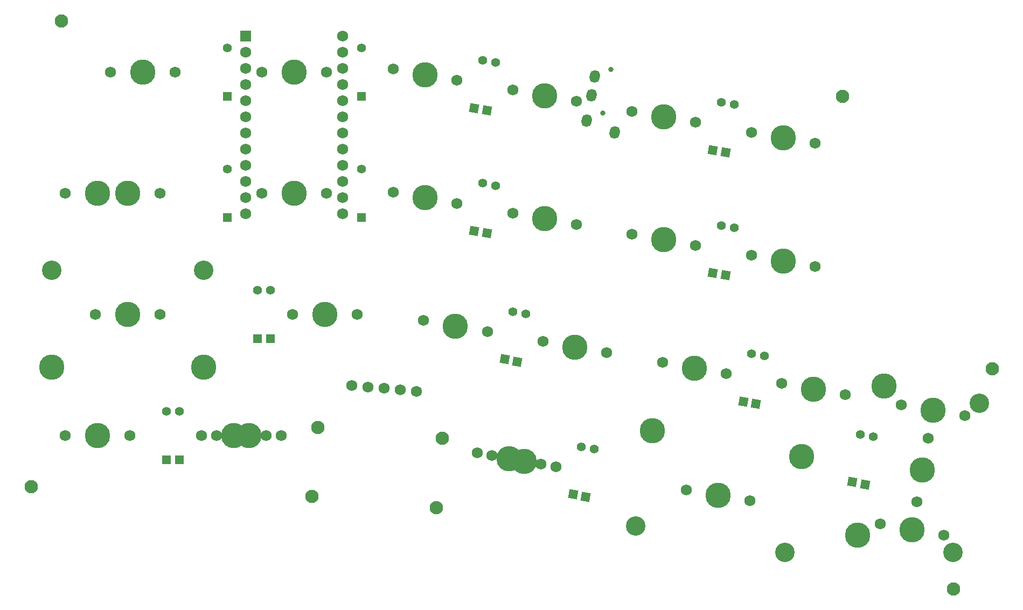
<source format=gbr>
%TF.GenerationSoftware,KiCad,Pcbnew,7.0.6*%
%TF.CreationDate,2024-02-25T17:14:13+01:00*%
%TF.ProjectId,chocobanan_left,63686f63-6f62-4616-9e61-6e5f6c656674,rev?*%
%TF.SameCoordinates,Original*%
%TF.FileFunction,Soldermask,Top*%
%TF.FilePolarity,Negative*%
%FSLAX46Y46*%
G04 Gerber Fmt 4.6, Leading zero omitted, Abs format (unit mm)*
G04 Created by KiCad (PCBNEW 7.0.6) date 2024-02-25 17:14:13*
%MOMM*%
%LPD*%
G01*
G04 APERTURE LIST*
G04 Aperture macros list*
%AMHorizOval*
0 Thick line with rounded ends*
0 $1 width*
0 $2 $3 position (X,Y) of the first rounded end (center of the circle)*
0 $4 $5 position (X,Y) of the second rounded end (center of the circle)*
0 Add line between two ends*
20,1,$1,$2,$3,$4,$5,0*
0 Add two circle primitives to create the rounded ends*
1,1,$1,$2,$3*
1,1,$1,$4,$5*%
%AMRotRect*
0 Rectangle, with rotation*
0 The origin of the aperture is its center*
0 $1 length*
0 $2 width*
0 $3 Rotation angle, in degrees counterclockwise*
0 Add horizontal line*
21,1,$1,$2,0,0,$3*%
G04 Aperture macros list end*
%ADD10RotRect,1.397000X1.397000X80.000000*%
%ADD11C,1.397000*%
%ADD12C,2.100000*%
%ADD13C,1.750000*%
%ADD14C,3.987800*%
%ADD15C,3.048000*%
%ADD16R,1.397000X1.397000*%
%ADD17R,1.752600X1.752600*%
%ADD18C,1.752600*%
%ADD19HorizOval,2.100000X0.000000X0.000000X0.000000X0.000000X0*%
%ADD20HorizOval,1.752600X0.000000X0.000000X0.000000X0.000000X0*%
%ADD21C,0.800000*%
%ADD22HorizOval,1.600000X0.034730X0.196962X-0.034730X-0.196962X0*%
G04 APERTURE END LIST*
D10*
%TO.C,D12*%
X67607479Y-66368679D03*
D11*
X68930679Y-58864443D03*
%TD*%
D12*
%TO.C,H2*%
X-17567830Y-65192830D03*
%TD*%
D10*
%TO.C,D16*%
X69623380Y-66724137D03*
D11*
X70946580Y-59219901D03*
%TD*%
D12*
%TO.C,H3*%
X109970820Y-3771169D03*
%TD*%
D13*
%TO.C,MX19*%
X81652645Y-45632568D03*
D14*
X86655468Y-46514701D03*
D13*
X91658291Y-47396834D03*
%TD*%
%TO.C,MX1*%
X-5080000Y0D03*
D14*
X0Y0D03*
D13*
X5080000Y0D03*
%TD*%
D10*
%TO.C,D21*%
X91619613Y-12571035D03*
D11*
X92942813Y-5066799D03*
%TD*%
D13*
%TO.C,MX10*%
X39368970Y-18832938D03*
D14*
X44371793Y-19715071D03*
D13*
X49374616Y-20597204D03*
%TD*%
D14*
%TO.C,MX16*%
X80090789Y-56318700D03*
D15*
X77444391Y-71327171D03*
D13*
X85379868Y-65633654D03*
D14*
X90382691Y-66515787D03*
D13*
X95385514Y-67397920D03*
D14*
X103541524Y-60453698D03*
D15*
X100895126Y-75462168D03*
%TD*%
D13*
%TO.C,MX12.1*%
X54893913Y-60258158D03*
D14*
X59896736Y-61140291D03*
D13*
X64899559Y-62022424D03*
%TD*%
%TO.C,MX24*%
X119173821Y-52248563D03*
D14*
X124176644Y-53130696D03*
D13*
X129179467Y-54012829D03*
%TD*%
%TO.C,MX11*%
X44131470Y-39016572D03*
D14*
X49134293Y-39898705D03*
D13*
X54137116Y-40780838D03*
%TD*%
%TO.C,MX7*%
X23495000Y-38100000D03*
D14*
X28575000Y-38100000D03*
D13*
X33655000Y-38100000D03*
%TD*%
D10*
%TO.C,D17*%
X89603711Y-12215577D03*
D11*
X90926911Y-4711341D03*
%TD*%
D10*
%TO.C,D14*%
X54098437Y-25298917D03*
D11*
X55421637Y-17794681D03*
%TD*%
D13*
%TO.C,MX21*%
X95650733Y-9413054D03*
D14*
X100653556Y-10295187D03*
D13*
X105656379Y-11177320D03*
%TD*%
D10*
%TO.C,D23*%
X96382113Y-52098546D03*
D11*
X97705313Y-44594310D03*
%TD*%
D13*
%TO.C,MX13*%
X58129557Y-2797059D03*
D14*
X63132380Y-3679192D03*
D13*
X68135203Y-4561325D03*
%TD*%
D16*
%TO.C,D3*%
X18026500Y-41910000D03*
D11*
X18026500Y-34290000D03*
%TD*%
D13*
%TO.C,MX15*%
X62892057Y-42324570D03*
D14*
X67894880Y-43206703D03*
D13*
X72897703Y-44088836D03*
%TD*%
D16*
%TO.C,D4*%
X3739000Y-60960000D03*
D11*
X3739000Y-53340000D03*
%TD*%
D12*
%TO.C,H5*%
X127392664Y-81208548D03*
%TD*%
%TO.C,H1*%
X-12805330Y8042830D03*
%TD*%
D16*
%TO.C,D5*%
X34361000Y-3810000D03*
D11*
X34361000Y3810000D03*
%TD*%
D12*
%TO.C,H4*%
X133493908Y-46606678D03*
%TD*%
D13*
%TO.C,MX20*%
X115865823Y-71009151D03*
D14*
X120868646Y-71891284D03*
D13*
X125871469Y-72773417D03*
%TD*%
D10*
%TO.C,D10*%
X52082536Y-24943459D03*
D11*
X53405736Y-17439223D03*
%TD*%
D13*
%TO.C,MX23*%
X100413233Y-48940565D03*
D14*
X105416056Y-49822698D03*
D13*
X110418879Y-50704831D03*
%TD*%
D17*
%TO.C,U1*%
X16192500Y5715000D03*
D18*
X16192500Y3175000D03*
X16192500Y635000D03*
X16192500Y-1905000D03*
X16192500Y-4445000D03*
X16192500Y-6985000D03*
X16192500Y-9525000D03*
X16192500Y-12065000D03*
X16192500Y-14605000D03*
X16192500Y-17145000D03*
X16192500Y-19685000D03*
X16192500Y-22225000D03*
X31432500Y-22225000D03*
X31432500Y-19685000D03*
X31432500Y-17145000D03*
X31432500Y-14605000D03*
X31432500Y-12065000D03*
X31432500Y-9525000D03*
X31432500Y-6985000D03*
X31432500Y-4445000D03*
X31432500Y-1905000D03*
X31432500Y635000D03*
X31432500Y3175000D03*
X31432500Y5715000D03*
%TD*%
D13*
%TO.C,MX8*%
X11588750Y-57150000D03*
D14*
X16668750Y-57150000D03*
D13*
X21748750Y-57150000D03*
%TD*%
D16*
%TO.C,D7*%
X20073500Y-41910000D03*
D11*
X20073500Y-34290000D03*
%TD*%
D13*
%TO.C,MX2*%
X-7461250Y-19050000D03*
D14*
X-2381250Y-19050000D03*
D13*
X2698750Y-19050000D03*
%TD*%
D10*
%TO.C,D15*%
X58860937Y-45482551D03*
D11*
X60184137Y-37978315D03*
%TD*%
D10*
%TO.C,D24*%
X111472800Y-64431380D03*
D11*
X112796000Y-56927144D03*
%TD*%
D15*
%TO.C,MX3*%
X-14287500Y-31115000D03*
D14*
X-14287500Y-46355000D03*
D13*
X-7461250Y-38100000D03*
D14*
X-2381250Y-38100000D03*
D13*
X2698750Y-38100000D03*
D15*
X9525000Y-31115000D03*
D14*
X9525000Y-46355000D03*
%TD*%
D13*
%TO.C,MX2.1*%
X-12223750Y-19050000D03*
D14*
X-7143750Y-19050000D03*
D13*
X-2063750Y-19050000D03*
%TD*%
D16*
%TO.C,D6*%
X34361000Y-22860000D03*
D11*
X34361000Y-15240000D03*
%TD*%
D14*
%TO.C,MX20.1*%
X112325558Y-72802892D03*
D15*
X127334029Y-75449290D03*
D13*
X121640512Y-67513813D03*
D14*
X122522645Y-62510990D03*
D13*
X123404778Y-57508167D03*
D14*
X116460556Y-49352157D03*
D15*
X131469026Y-51998555D03*
%TD*%
D10*
%TO.C,D22*%
X91619613Y-31914912D03*
D11*
X92942813Y-24410676D03*
%TD*%
D13*
%TO.C,MX5*%
X18732500Y0D03*
D14*
X23812500Y0D03*
D13*
X28892500Y0D03*
%TD*%
%TO.C,MX4*%
X-12223750Y-57150000D03*
D14*
X-7143750Y-57150000D03*
D13*
X-2063750Y-57150000D03*
%TD*%
%TO.C,MX17*%
X76890145Y-6105056D03*
D14*
X81892968Y-6987189D03*
D13*
X86895791Y-7869322D03*
%TD*%
%TO.C,MX9*%
X39368970Y510939D03*
D14*
X44371793Y-371194D03*
D13*
X49374616Y-1253327D03*
%TD*%
%TO.C,MX14*%
X58129557Y-22140936D03*
D14*
X63132380Y-23023069D03*
D13*
X68135203Y-23905202D03*
%TD*%
D10*
%TO.C,D11*%
X56845036Y-45127093D03*
D11*
X58168236Y-37622857D03*
%TD*%
D13*
%TO.C,MX22*%
X95650733Y-28756931D03*
D14*
X100653556Y-29639064D03*
D13*
X105656379Y-30521197D03*
%TD*%
D10*
%TO.C,D18*%
X89603711Y-31559454D03*
D11*
X90926911Y-24055218D03*
%TD*%
D13*
%TO.C,MX8.1*%
X9207500Y-57150000D03*
D14*
X14287500Y-57150000D03*
D13*
X19367500Y-57150000D03*
%TD*%
D10*
%TO.C,D9*%
X52082536Y-5599582D03*
D11*
X53405736Y1904654D03*
%TD*%
D16*
%TO.C,D8*%
X5786000Y-60960000D03*
D11*
X5786000Y-53340000D03*
%TD*%
D13*
%TO.C,MX6*%
X18732500Y-19050000D03*
D14*
X23812500Y-19050000D03*
D13*
X28892500Y-19050000D03*
%TD*%
D16*
%TO.C,D2*%
X13264000Y-22860000D03*
D11*
X13264000Y-15240000D03*
%TD*%
D10*
%TO.C,D20*%
X113488702Y-64786838D03*
D11*
X114811902Y-57282602D03*
%TD*%
D10*
%TO.C,D13*%
X54098437Y-5955040D03*
D11*
X55421637Y1549196D03*
%TD*%
D13*
%TO.C,MX18*%
X76890145Y-25448933D03*
D14*
X81892968Y-26331066D03*
D13*
X86895791Y-27213199D03*
%TD*%
D16*
%TO.C,D1*%
X13264000Y-3810000D03*
D11*
X13264000Y3810000D03*
%TD*%
D13*
%TO.C,MX12*%
X52548839Y-59844658D03*
D14*
X57551662Y-60726791D03*
D13*
X62554485Y-61608924D03*
%TD*%
D19*
%TO.C,U3*%
X46117965Y-68421625D03*
X47067963Y-57563103D03*
X26592549Y-66713373D03*
X27542547Y-55854851D03*
D20*
X42980372Y-50128555D03*
X40450037Y-49907180D03*
X37919703Y-49685804D03*
X35389368Y-49464429D03*
X32859034Y-49243053D03*
%TD*%
D10*
%TO.C,D19*%
X94366211Y-51743089D03*
D11*
X95689411Y-44238853D03*
%TD*%
D21*
%TO.C,U2*%
X72326003Y-6391859D03*
X73541540Y501796D03*
D22*
X74122211Y-9450230D03*
X69783108Y-7568160D03*
X70477701Y-3628929D03*
X70998645Y-674506D03*
%TD*%
M02*

</source>
